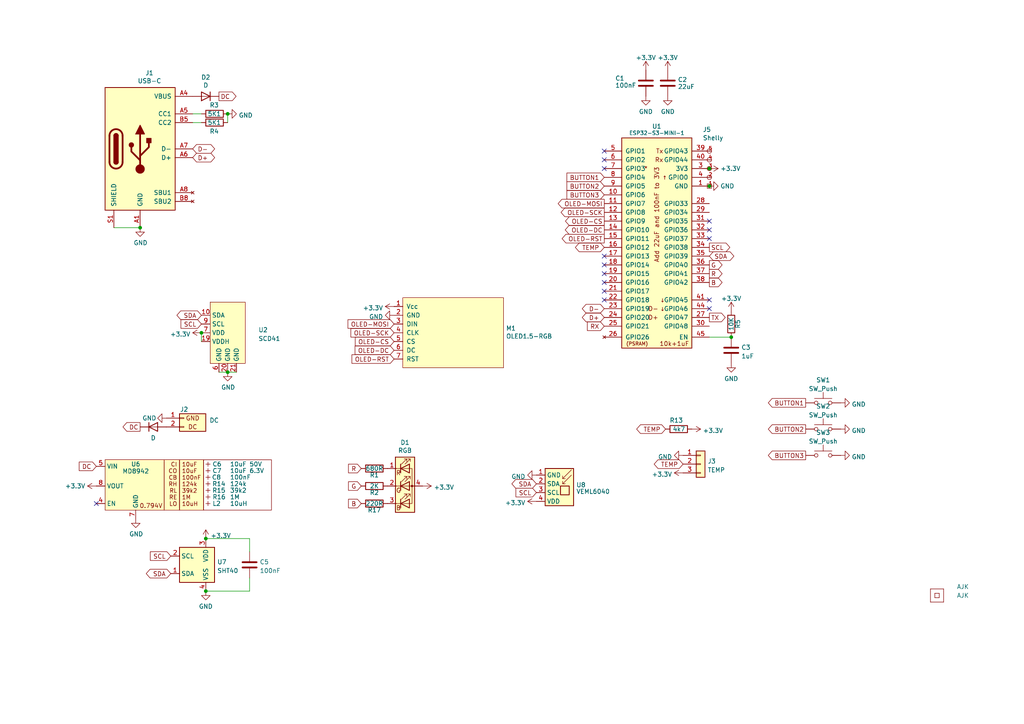
<source format=kicad_sch>
(kicad_sch (version 20230121) (generator eeschema)
  (paper "A4")
  (title_block (title "1.5\" OLED Module driver with GPIO") (date "${DATE}") (rev "4") (company "Adrian Kennard / Andrews & Arnold Ltd") (comment 1 "@TheRealRevK") (comment 2 "www.me.uk"))
  (lib_symbols
    (symbol "Connector_Generic:Conn_01x03" (pin_names (offset 1.016) hide)
      (property "Reference" "J" (at 0 5.08 0))
      (property "Value" "Conn_01x03" (at 0 -5.08 0))
      (symbol "Conn_01x03_1_1"
        (rectangle (start -1.27 -2.413) (end 0 -2.667) (stroke (width 0.1524)))
        (rectangle (start -1.27 0.127) (end 0 -0.127) (stroke (width 0.1524)))
        (rectangle (start -1.27 2.667) (end 0 2.413) (stroke (width 0.1524)))
        (rectangle (start -1.27 3.81) (end 1.27 -3.81) (stroke (width 0.254)) (fill (type background)))
        (pin passive line (at -5.08 2.54 0) (length 3.81) (name "Pin_1") (number "1"))
        (pin passive line (at -5.08 0 0) (length 3.81) (name "Pin_2") (number "2"))
        (pin passive line (at -5.08 -2.54 0) (length 3.81) (name "Pin_3") (number "3"))
      )
    )
    (symbol "Device:C" (pin_numbers hide) (pin_names (offset 0.254))
      (property "Reference" "C" (at 0.635 2.54 0))
      (property "Value" "C" (at 0.635 -2.54 0))
      (symbol "C_0_1"
        (polyline (pts (xy -2.032 -0.762) (xy 2.032 -0.762)) (stroke (width 0.508)))
        (polyline (pts (xy -2.032 0.762) (xy 2.032 0.762)) (stroke (width 0.508)))
      )
      (symbol "C_1_1"
        (pin passive line (at 0 3.81 270) (length 2.794) (name "~") (number "1"))
        (pin passive line (at 0 -3.81 90) (length 2.794) (name "~") (number "2"))
      )
    )
    (symbol "Device:D" (pin_numbers hide) (pin_names (offset 1.016) hide)
      (property "Reference" "D" (at 0 2.54 0))
      (property "Value" "D" (at 0 -2.54 0))
      (symbol "D_0_1"
        (polyline (pts (xy -1.27 1.27) (xy -1.27 -1.27)) (stroke (width 0.254)))
        (polyline (pts (xy 1.27 0) (xy -1.27 0)))
        (polyline (pts (xy 1.27 1.27) (xy 1.27 -1.27) (xy -1.27 0) (xy 1.27 1.27)) (stroke (width 0.254)))
      )
      (symbol "D_1_1"
        (pin passive line (at -3.81 0 0) (length 2.54) (name "K") (number "1"))
        (pin passive line (at 3.81 0 180) (length 2.54) (name "A") (number "2"))
      )
    )
    (symbol "Device:LED_RGBA" (pin_names (offset 0) hide)
      (property "Reference" "D" (at 0 9.398 0))
      (property "Value" "LED_RGBA" (at 0 -8.89 0))
      (symbol "LED_RGBA_0_0"
        (text "B" (at -1.905 -6.35 0) (effects (font (size 1.27 1.27))))
        (text "G" (at -1.905 -1.27 0) (effects (font (size 1.27 1.27))))
        (text "R" (at -1.905 3.81 0) (effects (font (size 1.27 1.27))))
      )
      (symbol "LED_RGBA_0_1"
        (polyline (pts (xy -1.27 -5.08) (xy -2.54 -5.08)))
        (polyline (pts (xy -1.27 -5.08) (xy 1.27 -5.08)))
        (polyline (pts (xy -1.27 -3.81) (xy -1.27 -6.35)) (stroke (width 0.254)))
        (polyline (pts (xy -1.27 0) (xy -2.54 0)))
        (polyline (pts (xy -1.27 1.27) (xy -1.27 -1.27)) (stroke (width 0.254)))
        (polyline (pts (xy -1.27 5.08) (xy -2.54 5.08)))
        (polyline (pts (xy -1.27 5.08) (xy 1.27 5.08)))
        (polyline (pts (xy -1.27 6.35) (xy -1.27 3.81)) (stroke (width 0.254)))
        (polyline (pts (xy 1.27 0) (xy -1.27 0)))
        (polyline (pts (xy 1.27 0) (xy 2.54 0)))
        (polyline (pts (xy -1.27 1.27) (xy -1.27 -1.27) (xy -1.27 -1.27)))
        (polyline (pts (xy -1.27 6.35) (xy -1.27 3.81) (xy -1.27 3.81)))
        (polyline (pts (xy 1.27 -5.08) (xy 2.032 -5.08) (xy 2.032 5.08) (xy 1.27 5.08)))
        (polyline (pts (xy 1.27 -3.81) (xy 1.27 -6.35) (xy -1.27 -5.08) (xy 1.27 -3.81)) (stroke (width 0.254)))
        (polyline (pts (xy 1.27 1.27) (xy 1.27 -1.27) (xy -1.27 0) (xy 1.27 1.27)) (stroke (width 0.254)))
        (polyline (pts (xy 1.27 6.35) (xy 1.27 3.81) (xy -1.27 5.08) (xy 1.27 6.35)) (stroke (width 0.254)))
        (polyline (pts (xy -1.016 -3.81) (xy 0.508 -2.286) (xy -0.254 -2.286) (xy 0.508 -2.286) (xy 0.508 -3.048)))
        (polyline (pts (xy -1.016 1.27) (xy 0.508 2.794) (xy -0.254 2.794) (xy 0.508 2.794) (xy 0.508 2.032)))
        (polyline (pts (xy -1.016 6.35) (xy 0.508 7.874) (xy -0.254 7.874) (xy 0.508 7.874) (xy 0.508 7.112)))
        (polyline (pts (xy 0 -3.81) (xy 1.524 -2.286) (xy 0.762 -2.286) (xy 1.524 -2.286) (xy 1.524 -3.048)))
        (polyline (pts (xy 0 1.27) (xy 1.524 2.794) (xy 0.762 2.794) (xy 1.524 2.794) (xy 1.524 2.032)))
        (polyline (pts (xy 0 6.35) (xy 1.524 7.874) (xy 0.762 7.874) (xy 1.524 7.874) (xy 1.524 7.112)))
        (rectangle (start 1.27 -1.27) (end 1.27 1.27))
        (rectangle (start 1.27 1.27) (end 1.27 1.27))
        (rectangle (start 1.27 3.81) (end 1.27 6.35))
        (rectangle (start 1.27 6.35) (end 1.27 6.35))
        (circle (center 2.032 0) (radius 0.254) (fill (type outline)))
        (rectangle (start 2.794 8.382) (end -2.794 -7.62) (stroke (width 0.254)) (fill (type background)))
      )
      (symbol "LED_RGBA_1_1"
        (pin passive line (at -5.08 5.08 0) (length 2.54) (name "RK") (number "1"))
        (pin passive line (at -5.08 0 0) (length 2.54) (name "GK") (number "2"))
        (pin passive line (at -5.08 -5.08 0) (length 2.54) (name "BK") (number "3"))
        (pin passive line (at 5.08 0 180) (length 2.54) (name "A") (number "4"))
      )
    )
    (symbol "Device:R" (pin_numbers hide) (pin_names (offset 0))
      (property "Reference" "R" (at 2.032 0 90))
      (property "Value" "R" (at 0 0 90))
      (symbol "R_0_1"
        (rectangle (start -1.016 -2.54) (end 1.016 2.54) (stroke (width 0.254)))
      )
      (symbol "R_1_1"
        (pin passive line (at 0 3.81 270) (length 1.27) (name "~") (number "1"))
        (pin passive line (at 0 -3.81 90) (length 1.27) (name "~") (number "2"))
      )
    )
    (symbol "GND_1" (power) (pin_names (offset 0))
      (property "Value" "GND_1" (at 0 -3.81 0))
      (symbol "GND_1_0_1"
        (polyline (pts (xy 0 0) (xy 0 -1.27) (xy 1.27 -1.27) (xy 0 -2.54) (xy -1.27 -1.27) (xy 0 -1.27)))
      )
      (symbol "GND_1_1_1"
        (pin power_in line (at 0 0 270) (length 0) hide (name "GND") (number "1"))
      )
    )
    (symbol "RevK:AJK" (pin_names (offset 1.016)) (in_bom no)
      (property "Value" "AJK" (at 0 0 0))
    )
    (symbol "RevK:ESP32-S3-MINI-1-N4R2" (pin_names (offset 1.016))
      (property "Reference" "U" (at 0 27.94 0))
      (property "Value" "ESP32-S3-MINI-1-N4R2" (at 0 31.115 0))
      (symbol "ESP32-S3-MINI-1-N4R2_0_0"
        (rectangle (start -10.16 30.48) (end 10.16 -30.48) (stroke (width 0.254)) (fill (type background)))
      )
      (symbol "ESP32-S3-MINI-1-N4R2_1_1"
        (text "(PSRAM)" (at -5.715 -29.21 0) (effects (font (size 1 1))))
        (text "*" (at -3.175 21.59 0) (effects (font (size 1.27 1.27))))
        (text "10k+1uF" (at 5.08 -29.21 0) (effects (font (size 1.27 1.27))))
        (text "Add 22uF and 100nF to 3V3" (at 0 8.255 900) (effects (font (size 1.27 1.27))))
        (text "D+" (at -2.54 -21.59 0) (effects (font (size 1.27 1.27)) (justify left)))
        (text "D-" (at -2.54 -19.05 0) (effects (font (size 1.27 1.27)) (justify left)))
        (text "Rx" (at 1.905 24.13 0) (effects (font (size 1.27 1.27)) (justify right)))
        (text "Tx" (at 1.905 26.67 0) (effects (font (size 1.27 1.27)) (justify right)))
        (text "↑" (at 3.175 19.05 0) (effects (font (size 1.27 1.27)) (justify right)))
        (text "↓" (at 2.54 -19.05 0) (effects (font (size 1.27 1.27)) (justify right)))
        (text "↓" (at 2.54 -16.51 0) (effects (font (size 1.27 1.27)) (justify right)))
        (pin power_in line (at 15.24 16.51 180) (length 5.08) (name "GND") (number "1"))
        (pin bidirectional line (at -15.24 13.97 0) (length 5.08) (name "GPIO6") (number "10"))
        (pin bidirectional line (at -15.24 11.43 0) (length 5.08) (name "GPIO7") (number "11"))
        (pin bidirectional line (at -15.24 8.89 0) (length 5.08) (name "GPIO8") (number "12"))
        (pin bidirectional line (at -15.24 6.35 0) (length 5.08) (name "GPIO9") (number "13"))
        (pin bidirectional line (at -15.24 3.81 0) (length 5.08) (name "GPIO10") (number "14"))
        (pin bidirectional line (at -15.24 1.27 0) (length 5.08) (name "GPIO11") (number "15"))
        (pin bidirectional line (at -15.24 -1.27 0) (length 5.08) (name "GPIO12") (number "16"))
        (pin bidirectional line (at -15.24 -3.81 0) (length 5.08) (name "GPIO13") (number "17"))
        (pin bidirectional line (at -15.24 -6.35 0) (length 5.08) (name "GPIO14") (number "18"))
        (pin bidirectional line (at -15.24 -8.89 0) (length 5.08) (name "GPIO15") (number "19"))
        (pin power_in line (at 15.24 16.51 180) (length 5.08) hide (name "GND") (number "2"))
        (pin bidirectional line (at -15.24 -11.43 0) (length 5.08) (name "GPIO16") (number "20"))
        (pin bidirectional line (at -15.24 -13.97 0) (length 5.08) (name "GPIO17") (number "21"))
        (pin bidirectional line (at -15.24 -16.51 0) (length 5.08) (name "GPIO18") (number "22"))
        (pin bidirectional line (at -15.24 -19.05 0) (length 5.08) (name "GPIO19") (number "23"))
        (pin bidirectional line (at -15.24 -21.59 0) (length 5.08) (name "GPIO20") (number "24"))
        (pin bidirectional line (at -15.24 -24.13 0) (length 5.08) (name "GPIO21") (number "25"))
        (pin no_connect line (at -15.24 -27.305 0) (length 5.08) (name "GPIO26") (number "26"))
        (pin bidirectional line (at 15.24 -21.59 180) (length 5.08) (name "GPIO47") (number "27"))
        (pin bidirectional line (at 15.24 11.43 180) (length 5.08) (name "GPIO33") (number "28"))
        (pin bidirectional line (at 15.24 8.89 180) (length 5.08) (name "GPIO34") (number "29"))
        (pin power_in line (at 15.24 21.59 180) (length 5.08) (name "3V3") (number "3"))
        (pin bidirectional line (at 15.24 -24.13 180) (length 5.08) (name "GPIO48") (number "30"))
        (pin bidirectional line (at 15.24 6.35 180) (length 5.08) (name "GPIO35") (number "31"))
        (pin bidirectional line (at 15.24 3.81 180) (length 5.08) (name "GPIO36") (number "32"))
        (pin bidirectional line (at 15.24 1.27 180) (length 5.08) (name "GPIO37") (number "33"))
        (pin bidirectional line (at 15.24 -1.27 180) (length 5.08) (name "GPIO38") (number "34"))
        (pin bidirectional line (at 15.24 -3.81 180) (length 5.08) (name "GPIO39") (number "35"))
        (pin bidirectional line (at 15.24 -6.35 180) (length 5.08) (name "GPIO40") (number "36"))
        (pin bidirectional line (at 15.24 -8.89 180) (length 5.08) (name "GPIO41") (number "37"))
        (pin bidirectional line (at 15.24 -11.43 180) (length 5.08) (name "GPIO42") (number "38"))
        (pin bidirectional line (at 15.24 26.67 180) (length 5.08) (name "GPIO43") (number "39"))
        (pin bidirectional line (at 15.24 19.05 180) (length 5.08) (name "GPIO0") (number "4"))
        (pin bidirectional line (at 15.24 24.13 180) (length 5.08) (name "GPIO44") (number "40"))
        (pin bidirectional line (at 15.24 -16.51 180) (length 5.08) (name "GPIO45") (number "41"))
        (pin power_in line (at 15.24 16.51 180) (length 5.08) hide (name "GND") (number "42"))
        (pin power_in line (at 15.24 16.51 180) (length 5.08) hide (name "GND") (number "43"))
        (pin bidirectional line (at 15.24 -19.05 180) (length 5.08) (name "GPIO46") (number "44"))
        (pin bidirectional line (at 15.24 -27.305 180) (length 5.08) (name "EN") (number "45"))
        (pin power_in line (at 15.24 16.51 180) (length 5.08) hide (name "GND") (number "46"))
        (pin power_in line (at 15.24 16.51 180) (length 5.08) hide (name "GND") (number "47"))
        (pin power_in line (at 15.24 16.51 180) (length 5.08) hide (name "GND") (number "48"))
        (pin power_in line (at 15.24 16.51 180) (length 5.08) hide (name "GND") (number "49"))
        (pin bidirectional line (at -15.24 26.67 0) (length 5.08) (name "GPIO1") (number "5"))
        (pin power_in line (at 15.24 16.51 180) (length 5.08) hide (name "GND") (number "50"))
        (pin power_in line (at 15.24 16.51 180) (length 5.08) hide (name "GND") (number "51"))
        (pin power_in line (at 15.24 16.51 180) (length 5.08) hide (name "GND") (number "52"))
        (pin power_in line (at 15.24 16.51 180) (length 5.08) hide (name "GND") (number "53"))
        (pin power_in line (at 15.24 16.51 180) (length 5.08) hide (name "GND") (number "54"))
        (pin power_in line (at 15.24 16.51 180) (length 5.08) hide (name "GND") (number "55"))
        (pin power_in line (at 15.24 16.51 180) (length 5.08) hide (name "GND") (number "56"))
        (pin power_in line (at 15.24 16.51 180) (length 5.08) hide (name "GND") (number "57"))
        (pin power_in line (at 15.24 16.51 180) (length 5.08) hide (name "GND") (number "58"))
        (pin power_in line (at 15.24 16.51 180) (length 5.08) hide (name "GND") (number "59"))
        (pin bidirectional line (at -15.24 24.13 0) (length 5.08) (name "GPIO2") (number "6"))
        (pin power_in line (at 15.24 16.51 180) (length 5.08) hide (name "GND") (number "60"))
        (pin power_in line (at 15.24 16.51 180) (length 5.08) hide (name "GND") (number "61"))
        (pin power_in line (at 15.24 16.51 180) (length 5.08) hide (name "GND") (number "62"))
        (pin power_in line (at 15.24 16.51 180) (length 5.08) hide (name "GND") (number "63"))
        (pin power_in line (at 15.24 16.51 180) (length 5.08) hide (name "GND") (number "64"))
        (pin power_in line (at 15.24 16.51 180) (length 5.08) hide (name "GND") (number "65"))
        (pin bidirectional line (at -15.24 21.59 0) (length 5.08) (name "GPIO3") (number "7"))
        (pin bidirectional line (at -15.24 19.05 0) (length 5.08) (name "GPIO4") (number "8"))
        (pin bidirectional line (at -15.24 16.51 0) (length 5.08) (name "GPIO5") (number "9"))
      )
    )
    (symbol "RevK:Hidden" (pin_names (offset 1.016))
      (property "Reference" "Z" (at 0.635 0 0))
      (property "Value" "Hidden" (at 4.445 0 0))
      (symbol "Hidden_0_1"
        (polyline (pts (xy -0.635 0) (xy 0.635 0)) (stroke (width 0.1524)))
        (polyline (pts (xy 0 0.635) (xy 0 -0.635)) (stroke (width 0.1524)))
      )
      (symbol "Hidden_1_1"
        (pin no_connect non_logic (at 0 -2.54 90) (length 2.54) hide (name "~") (number "~"))
      )
    )
    (symbol "RevK:MD89420-RegBlock"
      (property "Reference" "U" (at -0.635 4.445 0))
      (property "Value" "MD8942" (at 0 6.35 0))
      (symbol "MD89420-RegBlock_1_1"
        (rectangle (start -8.89 7.62) (end 8.255 -6.985) (fill (type background)))
        (rectangle (start 8.255 7.62) (end 12.7 -6.985) (fill (type background)))
        (rectangle (start 12.7 7.62) (end 19.685 -6.985) (fill (type background)))
        (rectangle (start 19.685 7.62) (end 39.37 -6.985))
        (text "0.794V" (at 4.445 -5.715 0) (effects (font (size 1.27 1.27))))
        (text "10uF\n10uF\n100nF\n124k\n39k2\n1M\n10uH" (at 13.335 6.985 0) (effects (font (size 1.185 1.185)) (justify left top)))
        (text "CI\nCO\nCB\nRH\nRL\nRE\nLO" (at 12.065 6.985 0) (effects (font (size 1.185 1.185)) (justify right top)))
        (pin no_connect line (at 5.715 0 0) (length 2.54) hide (name "") (number "1"))
        (pin power_in line (at 0 -9.525 90) (length 2.54) hide (name "GND") (number "2"))
        (pin no_connect line (at 5.715 1.905 0) (length 2.54) hide (name "") (number "3"))
        (pin input line (at -11.43 -5.08 0) (length 2.54) (name "EN") (number "4"))
        (pin power_in line (at -11.43 5.715 0) (length 2.54) (name "VIN") (number "5"))
        (pin no_connect line (at 5.715 -1.905 0) (length 2.54) hide (name "") (number "6"))
        (pin power_in line (at 0 -9.525 90) (length 2.54) (name "GND") (number "7"))
        (pin power_out line (at -11.43 0 0) (length 2.54) (name "VOUT") (number "8"))
      )
    )
    (symbol "RevK:OLED1.5-RGB" (pin_names (offset 1.016))
      (property "Reference" "M" (at 17.78 2.54 0))
      (property "Value" "OLED1.5-RGB" (at 31.75 -1.27 0))
      (symbol "OLED1.5-RGB_0_1"
        (rectangle (start 2.54 0) (end 31.75 -20.32) (fill (type background)))
      )
      (symbol "OLED1.5-RGB_1_1"
        (pin power_in line (at 0 -2.54 0) (length 2.54) (name "Vcc") (number "1"))
        (pin power_in line (at 0 -5.08 0) (length 2.54) (name "GND") (number "2"))
        (pin input line (at 0 -7.62 0) (length 2.54) (name "DIN") (number "3"))
        (pin input line (at 0 -10.16 0) (length 2.54) (name "CLK") (number "4"))
        (pin input line (at 0 -12.7 0) (length 2.54) (name "CS") (number "5"))
        (pin input line (at 0 -15.24 0) (length 2.54) (name "DC") (number "6"))
        (pin input line (at 0 -17.78 0) (length 2.54) (name "RST") (number "7"))
      )
    )
    (symbol "RevK:PowerIn" (pin_names (offset 1.016) hide)
      (property "Reference" "J" (at 0 2.54 0))
      (property "Value" "PowerIn" (at 2.54 -5.08 0))
      (symbol "PowerIn_0_0"
        (text "DC" (at 2.54 -2.54 0) (effects (font (size 1.27 1.27))))
        (text "GND" (at 2.54 0 0) (effects (font (size 1.27 1.27))))
      )
      (symbol "PowerIn_1_1"
        (rectangle (start -1.27 -2.413) (end 0 -2.667) (stroke (width 0.1524)))
        (rectangle (start -1.27 0.127) (end 0 -0.127) (stroke (width 0.1524)))
        (rectangle (start -1.27 1.27) (end 6.35 -3.81) (stroke (width 0.254)) (fill (type background)))
        (pin power_in line (at -5.08 0 0) (length 3.81) (name "GND") (number "1"))
        (pin power_out line (at -5.08 -2.54 0) (length 3.81) (name "DC") (number "2"))
      )
    )
    (symbol "RevK:QR" (pin_names (offset 1.016)) (in_bom no)
      (symbol "QR_0_1"
        (rectangle (start -1.905 -1.905) (end -1.905 1.905))
        (rectangle (start -1.905 1.905) (end 1.905 1.905))
        (rectangle (start -0.635 -0.635) (end -0.635 0.635))
        (rectangle (start -0.635 0.635) (end 0.635 0.635))
        (rectangle (start 0.635 -0.635) (end -0.635 -0.635))
        (rectangle (start 0.635 0.635) (end 0.635 -0.635))
        (rectangle (start 1.905 -1.905) (end -1.905 -1.905))
        (rectangle (start 1.905 1.905) (end 1.905 -1.905))
      )
    )
    (symbol "RevK:SCD41"
      (property "Reference" "U" (at -1.27 10.16 0))
      (property "Value" "SCD41" (at 1.27 7.62 0))
      (symbol "SCD41_0_1"
        (rectangle (start -5.08 8.89) (end 5.08 -8.89) (stroke (width 0.1524)) (fill (type background)))
      )
      (symbol "SCD41_1_1"
        (pin no_connect non_logic (at 7.62 0 180) (length 2.54) hide (name "DNC") (number "1"))
        (pin bidirectional line (at -7.62 5.08 0) (length 2.54) (name "SDA") (number "10"))
        (pin no_connect line (at 7.62 5.08 180) (length 2.54) hide (name "DNC") (number "11"))
        (pin no_connect non_logic (at 7.62 -2.54 180) (length 2.54) hide (name "DNC") (number "12"))
        (pin no_connect non_logic (at 7.62 -5.08 180) (length 2.54) hide (name "DNC") (number "13"))
        (pin no_connect non_logic (at 7.62 -7.62 180) (length 2.54) hide (name "DNC") (number "14"))
        (pin no_connect non_logic (at 7.62 2.54 180) (length 2.54) hide (name "DNC") (number "15"))
        (pin no_connect non_logic (at 7.62 -1.27 180) (length 2.54) hide (name "DNC") (number "16"))
        (pin no_connect non_logic (at 7.62 -3.81 180) (length 2.54) hide (name "DNC") (number "17"))
        (pin no_connect non_logic (at 7.62 -6.35 180) (length 2.54) hide (name "DNC") (number "18"))
        (pin power_in line (at -7.62 -2.54 0) (length 2.54) (name "VDDH") (number "19"))
        (pin no_connect non_logic (at 7.62 3.81 180) (length 2.54) hide (name "DNC") (number "2"))
        (pin power_in line (at 0 -11.43 90) (length 2.54) (name "GND") (number "20"))
        (pin power_in line (at 2.54 -11.43 90) (length 2.54) (name "GND") (number "21"))
        (pin no_connect non_logic (at 7.62 1.27 180) (length 2.54) hide (name "DNC") (number "3"))
        (pin no_connect non_logic (at 7.62 6.35 180) (length 2.54) hide (name "DNC") (number "4"))
        (pin no_connect non_logic (at 7.62 7.62 180) (length 2.54) hide (name "DNC") (number "5"))
        (pin power_in line (at -2.54 -11.43 90) (length 2.54) (name "GND") (number "6"))
        (pin power_in line (at -7.62 0 0) (length 2.54) (name "VDD") (number "7"))
        (pin no_connect non_logic (at 7.62 -8.89 180) (length 2.54) hide (name "DNC") (number "8"))
        (pin input line (at -7.62 2.54 0) (length 2.54) (name "SCL") (number "9"))
      )
    )
    (symbol "RevK:SHT40"
      (property "Reference" "U" (at 0 8.89 0))
      (property "Value" "SHT40" (at 0 6.35 0))
      (symbol "SHT40_1_1"
        (rectangle (start -5.08 5.08) (end 5.08 -5.08) (stroke (width 0.254)) (fill (type background)))
        (pin bidirectional line (at -7.62 -2.54 0) (length 2.54) (name "SDA") (number "1"))
        (pin input line (at -7.62 2.54 0) (length 2.54) (name "SCL") (number "2"))
        (pin power_in line (at 2.54 7.62 270) (length 2.54) (name "VDD") (number "3"))
        (pin power_in line (at 2.54 -7.62 90) (length 2.54) (name "VSS") (number "4"))
      )
    )
    (symbol "RevK:Shelly" (in_bom no)
      (property "Reference" "J" (at 2.54 -8.255 0))
      (property "Value" "Shelly" (at 2.54 9.525 0))
      (symbol "Shelly_0_1"
        (circle (center 0 -2.54) (radius 0.635) (stroke (width 0.1524)))
        (circle (center 0 0) (radius 0.635) (stroke (width 0.1524)))
        (circle (center 0 2.54) (radius 0.635) (stroke (width 0.1524)))
        (circle (center 0 5.08) (radius 0.635) (stroke (width 0.1524)))
        (rectangle (start 0.635 -5.715) (end -0.635 -4.445) (stroke (width 0.1524)))
      )
      (symbol "Shelly_1_1"
        (pin passive line (at 0 -5.08 0) (length 0.64) (name "GND") (number "1"))
        (pin passive line (at 0 -2.54 0) (length 0.64) (name "0") (number "2"))
        (pin passive line (at 0 0 0) (length 0.64) (name "3V3") (number "3"))
        (pin passive line (at 0 2.54 0) (length 0.64) (name "Rx") (number "4"))
        (pin passive line (at 0 5.08 0) (length 0.64) (name "Tx") (number "5"))
      )
    )
    (symbol "RevK:USB-C" (pin_names (offset 1.016))
      (property "Reference" "J" (at -10.16 19.05 0))
      (property "Value" "USB-C" (at -7.62 15.24 0))
      (symbol "USB-C_0_1"
        (rectangle (start -10.16 17.78) (end 10.16 -17.78) (stroke (width 0.254)) (fill (type background)))
        (arc (start -8.89 -3.81) (mid -6.985 -5.7067) (end -5.08 -3.81) (stroke (width 0.508)))
        (arc (start -7.62 -3.81) (mid -6.985 -4.4423) (end -6.35 -3.81) (stroke (width 0.254)))
        (arc (start -7.62 -3.81) (mid -6.985 -4.4423) (end -6.35 -3.81) (stroke (width 0.254)) (fill (type outline)))
        (rectangle (start -7.62 -3.81) (end -6.35 3.81) (stroke (width 0.254)) (fill (type outline)))
        (arc (start -6.35 3.81) (mid -6.985 4.4423) (end -7.62 3.81) (stroke (width 0.254)))
        (arc (start -6.35 3.81) (mid -6.985 4.4423) (end -7.62 3.81) (stroke (width 0.254)) (fill (type outline)))
        (arc (start -5.08 3.81) (mid -6.985 5.7067) (end -8.89 3.81) (stroke (width 0.508)))
        (circle (center -2.54 1.143) (radius 0.635) (stroke (width 0.254)) (fill (type outline)))
        (circle (center 0 -5.842) (radius 1.27) (fill (type outline)))
        (polyline (pts (xy -8.89 -3.81) (xy -8.89 3.81)) (stroke (width 0.508)))
        (polyline (pts (xy -5.08 3.81) (xy -5.08 -3.81)) (stroke (width 0.508)))
        (polyline (pts (xy 0 -5.842) (xy 0 4.318)) (stroke (width 0.508)))
        (polyline (pts (xy 0 -3.302) (xy -2.54 -0.762) (xy -2.54 0.508)) (stroke (width 0.508)))
        (polyline (pts (xy 0 -2.032) (xy 2.54 0.508) (xy 2.54 1.778)) (stroke (width 0.508)))
        (polyline (pts (xy -1.27 4.318) (xy 0 6.858) (xy 1.27 4.318) (xy -1.27 4.318)) (stroke (width 0.254)) (fill (type outline)))
        (rectangle (start 1.905 1.778) (end 3.175 3.048) (stroke (width 0.254)) (fill (type outline)))
      )
      (symbol "USB-C_1_1"
        (pin power_out line (at 0 -22.86 90) (length 5.08) (name "GND") (number "A1"))
        (pin passive line (at 0 -22.86 90) (length 5.08) hide (name "GND") (number "A12"))
        (pin power_out line (at 15.24 15.24 180) (length 5.08) (name "VBUS") (number "A4"))
        (pin bidirectional line (at 15.24 10.16 180) (length 5.08) (name "CC1") (number "A5"))
        (pin bidirectional line (at 15.24 -2.54 180) (length 5.08) (name "D+") (number "A6"))
        (pin bidirectional line (at 15.24 0 180) (length 5.08) (name "D-") (number "A7"))
        (pin no_connect line (at 15.24 -12.7 180) (length 5.08) (name "SBU1") (number "A8"))
        (pin passive line (at 15.24 15.24 180) (length 5.08) hide (name "VBUS") (number "A9"))
        (pin passive line (at 0 -22.86 90) (length 5.08) hide (name "GND") (number "B1"))
        (pin passive line (at 0 -22.86 90) (length 5.08) hide (name "GND") (number "B12"))
        (pin passive line (at 15.24 15.24 180) (length 5.08) hide (name "VBUS") (number "B4"))
        (pin bidirectional line (at 15.24 7.62 180) (length 5.08) (name "CC2") (number "B5"))
        (pin bidirectional line (at 15.24 -2.54 180) (length 5.08) hide (name "D+") (number "B6"))
        (pin bidirectional line (at 15.24 0 180) (length 5.08) hide (name "D-") (number "B7"))
        (pin no_connect line (at 15.24 -15.24 180) (length 5.08) (name "SBU2") (number "B8"))
        (pin passive line (at 15.24 15.24 180) (length 5.08) hide (name "VBUS") (number "B9"))
        (pin passive line (at -7.62 -22.86 90) (length 5.08) (name "SHIELD") (number "S1"))
      )
    )
    (symbol "RevK:VEML6040"
      (property "Reference" "U" (at 0 6.35 0))
      (property "Value" "VEML6040" (at 0 -6.985 0))
      (symbol "VEML6040_0_1"
        (rectangle (start -4.445 5.08) (end 3.81 -5.715) (stroke (width 0.254)) (fill (type background)))
        (polyline (pts (xy 0.635 0.635) (xy 0.635 1.397)))
        (polyline (pts (xy 0.635 0.635) (xy 1.397 0.635)))
        (polyline (pts (xy 0.635 0.635) (xy 3.175 3.175)))
        (polyline (pts (xy 0.635 2.159) (xy 0.635 2.921)))
        (polyline (pts (xy 0.635 2.159) (xy 1.397 2.159)))
        (polyline (pts (xy 0.635 2.159) (xy 3.175 4.699)))
        (rectangle (start 0 0) (end 2.54 -2.54) (stroke (width 0.254)) (fill (type background)))
      )
      (symbol "VEML6040_1_1"
        (pin power_in line (at -6.985 3.175 0) (length 2.54) (name "GND") (number "1"))
        (pin bidirectional line (at -6.985 0.635 0) (length 2.54) (name "SDA") (number "2"))
        (pin input line (at -6.985 -1.905 0) (length 2.54) (name "SCL") (number "3"))
        (pin power_in line (at -6.985 -4.445 0) (length 2.54) (name "VDD") (number "4"))
      )
    )
    (symbol "Switch:SW_Push" (pin_numbers hide) (pin_names (offset 1.016) hide)
      (property "Reference" "SW" (at 1.27 2.54 0))
      (property "Value" "SW_Push" (at 0 -1.524 0))
      (symbol "SW_Push_0_1"
        (circle (center -2.032 0) (radius 0.508))
        (polyline (pts (xy 0 1.27) (xy 0 3.048)))
        (polyline (pts (xy 2.54 1.27) (xy -2.54 1.27)))
        (circle (center 2.032 0) (radius 0.508))
        (pin passive line (at -5.08 0 0) (length 2.54) (name "1") (number "1"))
        (pin passive line (at 5.08 0 180) (length 2.54) (name "2") (number "2"))
      )
    )
    (symbol "power:+3.3V" (power) (pin_names (offset 0))
      (property "Value" "+3.3V" (at 0 3.556 0))
      (symbol "+3.3V_0_1"
        (polyline (pts (xy -0.762 1.27) (xy 0 2.54)))
        (polyline (pts (xy 0 0) (xy 0 2.54)))
        (polyline (pts (xy 0 2.54) (xy 0.762 1.27)))
      )
      (symbol "+3.3V_1_1"
        (pin power_in line (at 0 0 90) (length 0) hide (name "+3.3V") (number "1"))
      )
    )
    (symbol "power:GND" (power) (pin_names (offset 0))
      (property "Value" "GND" (at 0 -3.81 0))
      (symbol "GND_0_1"
        (polyline (pts (xy 0 0) (xy 0 -1.27) (xy 1.27 -1.27) (xy 0 -2.54) (xy -1.27 -1.27) (xy 0 -1.27)))
      )
      (symbol "GND_1_1"
        (pin power_in line (at 0 0 270) (length 0) hide (name "GND") (number "1"))
      )
    )
  )
  (junction (at 58.42 96.52))
  (junction (at 205.74 53.975))
  (junction (at 205.74 48.895))
  (junction (at 66.04 107.95))
  (junction (at 59.69 156.21))
  (junction (at 66.04 33.02))
  (junction (at 59.69 171.45))
  (junction (at 40.64 66.04))
  (junction (at 212.09 97.79))
  (no_connect (at 205.74 66.675))
  (no_connect (at 175.26 81.915))
  (no_connect (at 175.26 79.375))
  (no_connect (at 175.26 43.815))
  (no_connect (at 175.26 76.835))
  (no_connect (at 175.26 48.895))
  (no_connect (at 27.94 146.05))
  (no_connect (at 205.74 86.995))
  (no_connect (at 175.26 46.355))
  (no_connect (at 205.74 69.215))
  (no_connect (at 175.26 84.455))
  (no_connect (at 205.74 64.135))
  (no_connect (at 175.26 86.995))
  (no_connect (at 205.74 89.535))
  (no_connect (at 175.26 74.295))
  (wire (pts (xy 55.88 33.02) (xy 58.42 33.02)))
  (wire (pts (xy 66.04 33.02) (xy 66.04 35.56)))
  (wire (pts (xy 205.74 97.79) (xy 212.09 97.79)))
  (wire (pts (xy 33.02 66.04) (xy 40.64 66.04)))
  (wire (pts (xy 58.42 96.52) (xy 58.42 99.06)))
  (wire (pts (xy 72.39 156.21) (xy 59.69 156.21)))
  (wire (pts (xy 55.88 35.56) (xy 58.42 35.56)))
  (wire (pts (xy 72.39 171.45) (xy 59.69 171.45)))
  (wire (pts (xy 66.04 107.95) (xy 68.58 107.95)))
  (wire (pts (xy 72.39 160.02) (xy 72.39 156.21)))
  (wire (pts (xy 72.39 167.64) (xy 72.39 171.45)))
  (wire (pts (xy 63.5 107.95) (xy 66.04 107.95)))
  (global_label "OLED-MOSI" (shape output) (at 175.26 59.055 180) (property "Intersheetrefs" "${INTERSHEET_REFS}" (effects hide)))
  (global_label "TEMP" (shape bidirectional) (at 198.12 134.62 180) (property "Intersheetrefs" "${INTERSHEET_REFS}" (effects hide)))
  (global_label "OLED-MOSI" (shape input) (at 114.3 93.98 180) (property "Intersheetrefs" "${INTERSHEET_REFS}" (effects hide)))
  (global_label "BUTTON2" (shape input) (at 175.26 53.975 180) (property "Intersheetrefs" "${INTERSHEET_REFS}" (effects hide)))
  (global_label "B" (shape input) (at 104.775 146.05 180) (property "Intersheetrefs" "${INTERSHEET_REFS}" (effects hide)))
  (global_label "SCL" (shape output) (at 205.74 71.755 0) (property "Intersheetrefs" "${INTERSHEET_REFS}" (effects hide)))
  (global_label "BUTTON3" (shape output) (at 233.68 132.08 180) (property "Intersheetrefs" "${INTERSHEET_REFS}" (effects hide)))
  (global_label "TX" (shape output) (at 205.74 92.075 0) (property "Intersheetrefs" "${INTERSHEET_REFS}" (effects hide)))
  (global_label "G" (shape input) (at 104.775 140.97 180) (property "Intersheetrefs" "${INTERSHEET_REFS}" (effects hide)))
  (global_label "TEMP" (shape bidirectional) (at 175.26 71.755 180) (property "Intersheetrefs" "${INTERSHEET_REFS}" (effects hide)))
  (global_label "BUTTON3" (shape input) (at 175.26 56.515 180) (property "Intersheetrefs" "${INTERSHEET_REFS}" (effects hide)))
  (global_label "G" (shape output) (at 205.74 76.835 0) (property "Intersheetrefs" "${INTERSHEET_REFS}" (effects hide)))
  (global_label "D-" (shape bidirectional) (at 55.88 43.18 0) (property "Intersheetrefs" "${INTERSHEET_REFS}" (effects hide)))
  (global_label "D+" (shape bidirectional) (at 175.26 92.075 180) (property "Intersheetrefs" "${INTERSHEET_REFS}" (effects hide)))
  (global_label "R" (shape input) (at 104.775 135.89 180) (property "Intersheetrefs" "${INTERSHEET_REFS}" (effects hide)))
  (global_label "SDA" (shape bidirectional) (at 155.575 140.335 180) (property "Intersheetrefs" "${INTERSHEET_REFS}" (effects hide)))
  (global_label "OLED-SCK" (shape output) (at 175.26 61.595 180) (property "Intersheetrefs" "${INTERSHEET_REFS}" (effects hide)))
  (global_label "OLED-CS" (shape output) (at 175.26 64.135 180) (property "Intersheetrefs" "${INTERSHEET_REFS}" (effects hide)))
  (global_label "RX" (shape input) (at 175.26 94.615 180) (property "Intersheetrefs" "${INTERSHEET_REFS}" (effects hide)))
  (global_label "OLED-SCK" (shape input) (at 114.3 96.52 180) (property "Intersheetrefs" "${INTERSHEET_REFS}" (effects hide)))
  (global_label "DC" (shape output) (at 63.5 27.94 0) (property "Intersheetrefs" "${INTERSHEET_REFS}" (effects hide)))
  (global_label "DC" (shape output) (at 40.64 123.825 180) (property "Intersheetrefs" "${INTERSHEET_REFS}" (effects hide)))
  (global_label "OLED-RST" (shape input) (at 114.3 104.14 180) (property "Intersheetrefs" "${INTERSHEET_REFS}" (effects hide)))
  (global_label "SCL" (shape input) (at 58.42 93.98 180) (property "Intersheetrefs" "${INTERSHEET_REFS}" (effects hide)))
  (global_label "SCL" (shape input) (at 155.575 142.875 180) (property "Intersheetrefs" "${INTERSHEET_REFS}" (effects hide)))
  (global_label "SCL" (shape input) (at 49.53 161.29 180) (property "Intersheetrefs" "${INTERSHEET_REFS}" (effects hide)))
  (global_label "BUTTON2" (shape output) (at 233.68 124.46 180) (property "Intersheetrefs" "${INTERSHEET_REFS}" (effects hide)))
  (global_label "B" (shape output) (at 205.74 81.915 0) (property "Intersheetrefs" "${INTERSHEET_REFS}" (effects hide)))
  (global_label "OLED-DC" (shape output) (at 175.26 66.675 180) (property "Intersheetrefs" "${INTERSHEET_REFS}" (effects hide)))
  (global_label "D-" (shape bidirectional) (at 175.26 89.535 180) (property "Intersheetrefs" "${INTERSHEET_REFS}" (effects hide)))
  (global_label "BUTTON1" (shape input) (at 175.26 51.435 180) (property "Intersheetrefs" "${INTERSHEET_REFS}" (effects hide)))
  (global_label "TEMP" (shape bidirectional) (at 193.04 124.46 180) (property "Intersheetrefs" "${INTERSHEET_REFS}" (effects hide)))
  (global_label "SDA" (shape bidirectional) (at 49.53 166.37 180) (property "Intersheetrefs" "${INTERSHEET_REFS}" (effects hide)))
  (global_label "R" (shape output) (at 205.74 79.375 0) (property "Intersheetrefs" "${INTERSHEET_REFS}" (effects hide)))
  (global_label "SDA" (shape bidirectional) (at 205.74 74.295 0) (property "Intersheetrefs" "${INTERSHEET_REFS}" (effects hide)))
  (global_label "DC" (shape input) (at 27.94 135.255 180) (property "Intersheetrefs" "${INTERSHEET_REFS}" (effects hide)))
  (global_label "BUTTON1" (shape output) (at 233.68 116.84 180) (property "Intersheetrefs" "${INTERSHEET_REFS}" (effects hide)))
  (global_label "OLED-DC" (shape input) (at 114.3 101.6 180) (property "Intersheetrefs" "${INTERSHEET_REFS}" (effects hide)))
  (global_label "SDA" (shape bidirectional) (at 58.42 91.44 180) (property "Intersheetrefs" "${INTERSHEET_REFS}" (effects hide)))
  (global_label "D+" (shape bidirectional) (at 55.88 45.72 0) (property "Intersheetrefs" "${INTERSHEET_REFS}" (effects hide)))
  (global_label "OLED-CS" (shape input) (at 114.3 99.06 180) (property "Intersheetrefs" "${INTERSHEET_REFS}" (effects hide)))
  (global_label "OLED-RST" (shape output) (at 175.26 69.215 180) (property "Intersheetrefs" "${INTERSHEET_REFS}" (effects hide)))
  (symbol (lib_id "RevK:USB-C") (at 40.64 43.18 0) (unit 1)
    (property "Reference" "J1" (at 43.3578 21.1582 0))
    (property "Value" "USB-C" (at 43.3578 23.4696 0))
    (property "Footprint" "RevK:USC16-TR" (effects hide))
    (property "Datasheet" "https://www.usb.org/sites/default/files/documents/usb_type-c.zip" (effects hide))
    (property "LCSC Part #" "C709357" (effects hide))
  )
  (symbol (lib_id "power:GND") (at 40.64 66.04 0) (unit 1)
    (property "Reference" "#PWR03" (effects hide))
    (property "Value" "GND" (at 40.767 70.4342 0))
  )
  (symbol (lib_id "power:GND") (at 66.04 107.95 0) (unit 1)
    (property "Reference" "#PWR07" (effects hide))
    (property "Value" "GND" (at 66.167 112.3442 0))
  )
  (symbol (lib_id "Device:R") (at 62.23 35.56 90) (unit 1)
    (property "Reference" "R4" (at 63.5 38.1 90) (effects (justify left)))
    (property "Value" "5K1" (at 64.135 35.56 90) (effects (justify left)))
    (property "Footprint" "RevK:R_0402" (effects hide))
  )
  (symbol (lib_id "Device:R") (at 62.23 33.02 90) (unit 1)
    (property "Reference" "R3" (at 63.5 30.48 90) (effects (justify left)))
    (property "Value" "5K1" (at 64.135 33.02 90) (effects (justify left)))
    (property "Footprint" "RevK:R_0402" (effects hide))
  )
  (symbol (lib_id "RevK:OLED1.5-RGB") (at 114.3 86.36 0) (unit 1) (in_bom no)
    (property "Reference" "M1" (at 146.7612 95.2246 0) (effects (justify left)))
    (property "Value" "OLED1.5-RGB" (at 146.7612 97.536 0) (effects (justify left)))
    (property "Footprint" "RevK:OLED1.5-RGB" (effects hide))
  )
  (symbol (lib_id "RevK:AJK") (at 276.86 172.72 0) (unit 1) (in_bom no)
    (property "Reference" "Logo2" (effects hide))
    (property "Value" "AJK" (at 277.495 172.72 0) (effects (justify left)))
    (property "Footprint" "RevK:AJK" (effects hide))
    (property "Note" "Non part, PCB printed" (effects hide))
  )
  (symbol (lib_id "Device:C") (at 193.675 24.13 0) (unit 1)
    (property "Reference" "C2" (at 196.596 23.106 0) (effects (justify left)))
    (property "Value" "22uF" (at 196.596 25.154 0) (effects (justify left)))
    (property "Footprint" "RevK:C_0402" (effects hide))
  )
  (symbol (lib_id "RevK:PowerIn") (at 53.34 121.285 0) (unit 1)
    (property "Reference" "J2" (at 54.61 118.745 0) (effects (justify right)))
    (property "Value" "DC" (at 63.5 121.92 0) (effects (justify right)))
    (property "Footprint" "RevK:PTSM-HH-2-RA-W" (effects hide))
  )
  (symbol (lib_id "power:GND") (at 114.3 91.44 270) (unit 1)
    (property "Reference" "#PWR011" (effects hide))
    (property "Value" "GND" (at 111.1251 91.8738 90) (effects (justify right)))
  )
  (symbol (lib_id "power:+3.3V") (at 155.575 145.415 90) (unit 1)
    (property "Reference" "#PWR0104" (effects hide))
    (property "Value" "+3.3V" (at 152.4 145.8488 90) (effects (justify left)))
  )
  (symbol (lib_id "RevK:Shelly") (at 205.74 48.895 0) (unit 1) (in_bom no)
    (property "Reference" "J5" (at 203.835 37.5808 0) (effects (justify left)))
    (property "Value" "Shelly" (at 203.835 40.005 0) (effects (justify left)))
    (property "Footprint" "RevK:Shelly" (effects hide))
  )
  (symbol (lib_id "power:+3.3V") (at 59.69 156.21 0) (unit 1)
    (property "Reference" "#PWR0111" (effects hide))
    (property "Value" "+3.3V" (at 61.087 155.3738 0) (effects (justify left)))
  )
  (symbol (lib_id "power:GND") (at 198.12 132.08 270) (unit 1)
    (property "Reference" "#PWR022" (effects hide))
    (property "Value" "GND" (at 194.9451 132.5138 90) (effects (justify right)))
  )
  (symbol (lib_id "power:GND") (at 243.84 124.46 90) (unit 1)
    (property "Reference" "#PWR0102" (effects hide))
    (property "Value" "GND" (at 247.015 124.8938 90) (effects (justify right)))
  )
  (symbol (lib_id "RevK:MD89420-RegBlock") (at 39.37 140.97 0) (unit 1)
    (property "Reference" "U6" (at 39.37 134.62 0))
    (property "Value" "MD8942" (at 39.37 136.668 0))
    (property "Footprint" "RevK:SOT-23-6-MD8942" (effects hide))
    (property "Datasheet" "https://datasheet.lcsc.com/lcsc/2101111937_Shanghai-Mingda-Microelectronics-MD8942_C2684786.pdf" (effects hide))
    (property "LCSC Part #" "C2684786" (effects hide))
  )
  (symbol (lib_id "power:GND") (at 243.84 116.84 90) (unit 1)
    (property "Reference" "#PWR0101" (effects hide))
    (property "Value" "GND" (at 247.015 117.2738 90) (effects (justify right)))
  )
  (symbol (lib_id "power:+3.3V") (at 27.94 140.97 90) (unit 1)
    (property "Reference" "#PWR01" (effects hide))
    (property "Value" "+3.3V" (at 24.765 140.97 90) (effects (justify left)))
  )
  (symbol (lib_id "RevK:Hidden") (at 60.325 134.62 0) (unit 1)
    (property "Reference" "C6" (at 61.595 134.62 0) (effects (justify left)))
    (property "Value" "10uF 50V" (at 66.675 134.62 0) (effects (justify left)))
    (property "Footprint" "RevK:C_0603_" (effects hide))
    (property "LCSC Part #" "C1591" (effects hide))
  )
  (symbol (lib_id "power:+3.3V") (at 58.42 96.52 90) (unit 1)
    (property "Reference" "#PWR05" (effects hide))
    (property "Value" "+3.3V" (at 55.245 96.9538 90) (effects (justify left)))
  )
  (symbol (lib_id "power:+3.3V") (at 114.3 88.9 90) (unit 1)
    (property "Reference" "#PWR010" (effects hide))
    (property "Value" "+3.3V" (at 111.125 89.3338 90) (effects (justify left)))
  )
  (symbol (lib_id "Device:R") (at 108.585 140.97 270) (unit 1)
    (property "Reference" "R2" (at 108.585 142.875 90))
    (property "Value" "2K" (at 108.585 140.97 90))
    (property "Footprint" "RevK:R_0402" (effects hide))
  )
  (symbol (lib_id "power:+3.3V") (at 122.555 140.97 270) (unit 1)
    (property "Reference" "#PWR04" (effects hide))
    (property "Value" "+3.3V" (at 125.8062 141.351 90) (effects (justify left)))
  )
  (symbol (lib_id "power:GND") (at 243.84 132.08 90) (unit 1)
    (property "Reference" "#PWR0103" (effects hide))
    (property "Value" "GND" (at 247.015 132.5138 90) (effects (justify right)))
  )
  (symbol (lib_id "Connector_Generic:Conn_01x03") (at 203.2 134.62 0) (unit 1)
    (property "Reference" "J3" (at 205.232 133.7853 0) (effects (justify left)))
    (property "Value" "TEMP" (at 205.232 136.3222 0) (effects (justify left)))
    (property "Footprint" "RevK:PTSM-HH-3-RA" (effects hide))
  )
  (symbol (lib_id "Device:D") (at 44.45 123.825 0) (unit 1)
    (property "Reference" "D4" (effects hide))
    (property "Value" "D" (at 44.45 127.0254 0))
    (property "Footprint" "RevK:D_1206" (effects hide))
    (property "LCSC Part #" "C143805" (effects hide))
  )
  (symbol (lib_id "Device:R") (at 196.85 124.46 90) (unit 1)
    (property "Reference" "R13" (at 198.12 121.92 90) (effects (justify left)))
    (property "Value" "4k7" (at 198.755 124.46 90) (effects (justify left)))
    (property "Footprint" "RevK:R_0402" (effects hide))
  )
  (symbol (lib_id "Device:C") (at 212.09 101.6 0) (unit 1)
    (property "Reference" "C3" (at 215.011 100.7653 0) (effects (justify left)))
    (property "Value" "1uF" (at 215.011 103.3022 0) (effects (justify left)))
    (property "Footprint" "RevK:C_0402" (effects hide))
  )
  (symbol (lib_name "GND_1") (lib_id "power:GND") (at 205.74 53.975 90) (unit 1)
    (property "Reference" "#PWR015" (effects hide))
    (property "Value" "GND" (at 208.915 53.975 90) (effects (justify right)))
  )
  (symbol (lib_id "Switch:SW_Push") (at 238.76 116.84 0) (unit 1)
    (property "Reference" "SW1" (at 238.76 110.2192 0))
    (property "Value" "SW_Push" (at 238.76 112.7561 0))
    (property "Footprint" "Button_Switch_THT:SW_PUSH_6mm_H13mm" (effects hide))
  )
  (symbol (lib_id "Device:LED_RGBA") (at 117.475 140.97 0) (unit 1)
    (property "Reference" "D1" (at 117.475 128.3462 0))
    (property "Value" "RGB" (at 117.475 130.6576 0))
    (property "Footprint" "RevK:LED-RGB-1.6x1.6" (effects hide))
    (property "Manufacturer" "Kingbright" (effects hide))
    (property "Part No" "APTF1616LSEEZGKQBKC" (effects hide))
    (property "LCSC Part #" "C264508" (effects hide))
  )
  (symbol (lib_id "power:+3.3V") (at 198.12 137.16 90) (unit 1)
    (property "Reference" "#PWR023" (effects hide))
    (property "Value" "+3.3V" (at 194.945 137.5938 90) (effects (justify left)))
  )
  (symbol (lib_id "power:GND") (at 155.575 137.795 270) (unit 1)
    (property "Reference" "#PWR0105" (effects hide))
    (property "Value" "GND" (at 152.4001 138.2288 90) (effects (justify right)))
  )
  (symbol (lib_id "Switch:SW_Push") (at 238.76 124.46 0) (unit 1)
    (property "Reference" "SW2" (at 238.76 117.8392 0))
    (property "Value" "SW_Push" (at 238.76 120.3761 0))
    (property "Footprint" "Button_Switch_THT:SW_PUSH_6mm_H13mm" (effects hide))
  )
  (symbol (lib_id "RevK:QR") (at 271.78 172.72 0) (unit 1) (in_bom no)
    (property "Reference" "U5" (effects hide))
    (property "Value" "QR" (effects hide))
    (property "Footprint" "RevK:QR-ENVMON" (effects hide))
    (property "Note" "Non part, PCB printed" (effects hide))
  )
  (symbol (lib_id "power:GND") (at 66.04 33.02 90) (unit 1)
    (property "Reference" "#PWR06" (effects hide))
    (property "Value" "GND" (at 69.215 33.4538 90) (effects (justify right)))
  )
  (symbol (lib_id "Device:C") (at 72.39 163.83 0) (unit 1)
    (property "Reference" "C5" (at 75.311 162.9953 0) (effects (justify left)))
    (property "Value" "100nF" (at 75.311 165.5322 0) (effects (justify left)))
    (property "Footprint" "RevK:C_0402" (effects hide))
  )
  (symbol (lib_id "RevK:Hidden") (at 60.325 146.05 90) (unit 1)
    (property "Reference" "L2" (at 61.595 146.05 90) (effects (justify right)))
    (property "Value" "10uH" (at 66.675 146.05 90) (effects (justify right)))
    (property "Footprint" "RevK:L_4x4_" (effects hide))
  )
  (symbol (lib_id "Device:C") (at 187.325 24.13 0) (unit 1)
    (property "Reference" "C1" (at 178.435 22.717 0) (effects (justify left)))
    (property "Value" "100nF" (at 178.435 24.765 0) (effects (justify left)))
    (property "Footprint" "RevK:C_0402" (effects hide))
  )
  (symbol (lib_id "RevK:SCD41") (at 66.04 96.52 0) (unit 1)
    (property "Reference" "U2" (at 74.93 95.6853 0) (effects (justify left)))
    (property "Value" "SCD41" (at 74.93 98.2222 0) (effects (justify left)))
    (property "Footprint" "RevK:SCD41" (effects hide))
    (property "Datasheet" "https://www.mouser.co.uk/datasheet/2/682/Sensirion_CO2_Sensors_SCD4x_Datasheet-2321195.pdf" (effects hide))
  )
  (symbol (lib_id "power:GND") (at 193.675 27.94 0) (unit 1)
    (property "Reference" "#PWR013" (effects hide))
    (property "Value" "GND" (at 193.675 32.3834 0))
  )
  (symbol (lib_id "power:GND") (at 59.69 171.45 0) (unit 1)
    (property "Reference" "#PWR0110" (effects hide))
    (property "Value" "GND" (at 59.69 175.8934 0))
  )
  (symbol (lib_id "power:GND") (at 48.26 121.285 270) (unit 1)
    (property "Reference" "#PWR0107" (effects hide))
    (property "Value" "GND" (at 41.275 121.285 90) (effects (justify left)))
  )
  (symbol (lib_id "power:+3.3V") (at 200.66 124.46 270) (unit 1)
    (property "Reference" "#PWR024" (effects hide))
    (property "Value" "+3.3V" (at 203.835 124.8938 90) (effects (justify left)))
  )
  (symbol (lib_id "Switch:SW_Push") (at 238.76 132.08 0) (unit 1)
    (property "Reference" "SW3" (at 238.76 125.4592 0))
    (property "Value" "SW_Push" (at 238.76 127.9961 0))
    (property "Footprint" "Button_Switch_THT:SW_PUSH_6mm_H13mm" (effects hide))
  )
  (symbol (lib_id "RevK:Hidden") (at 60.325 142.24 270) (unit 1)
    (property "Reference" "R15" (at 63.5 142.24 90))
    (property "Value" "39k2" (at 66.675 142.24 90) (effects (justify left)))
    (property "Footprint" "RevK:R_0402_" (effects hide))
  )
  (symbol (lib_id "RevK:Hidden") (at 60.325 140.335 0) (unit 1)
    (property "Reference" "R14" (at 63.5 140.335 0))
    (property "Value" "124k" (at 66.675 140.335 0) (effects (justify left)))
    (property "Footprint" "RevK:R_0402_" (effects hide))
  )
  (symbol (lib_id "Device:R") (at 108.585 135.89 270) (unit 1)
    (property "Reference" "R1" (at 108.585 137.795 90))
    (property "Value" "680R" (at 108.585 135.89 90))
    (property "Footprint" "RevK:R_0402" (effects hide))
  )
  (symbol (lib_id "RevK:AJK") (at 276.86 170.18 0) (unit 1) (in_bom no)
    (property "Reference" "Logo1" (effects hide))
    (property "Value" "AJK" (at 277.495 170.18 0) (effects (justify left)))
    (property "Footprint" "RevK:AJK" (effects hide))
    (property "Note" "Non part, PCB printed" (effects hide))
  )
  (symbol (lib_id "Device:R") (at 212.09 93.98 0) (unit 1)
    (property "Reference" "R5" (at 213.995 93.98 90))
    (property "Value" "10K" (at 212.09 93.98 90))
    (property "Footprint" "RevK:R_0402" (effects hide))
  )
  (symbol (lib_id "RevK:VEML6040") (at 162.56 140.97 0) (unit 1)
    (property "Reference" "U8" (at 167.132 140.6438 0) (effects (justify left)))
    (property "Value" "VEML6040" (at 167.132 142.5648 0) (effects (justify left)))
    (property "Footprint" "RevK:VEML6040" (effects hide))
    (property "Datasheet" "https://datasheet.lcsc.com/lcsc/1811101814_Vishay-Intertech-VEML6040A3OG_C78465.pdf" (effects hide))
    (property "LCSC Part #" "C78465" (effects hide))
    (property "JLCPCB Rotation Offset" "90" (effects hide))
  )
  (symbol (lib_id "Device:R") (at 108.585 146.05 270) (unit 1)
    (property "Reference" "R17" (at 108.585 147.955 90))
    (property "Value" "220R" (at 108.585 146.05 90))
    (property "Footprint" "RevK:R_0402" (effects hide))
  )
  (symbol (lib_id "RevK:ESP32-S3-MINI-1-N4R2") (at 190.5 70.485 0) (unit 1)
    (property "Reference" "U1" (at 190.5 36.6482 0))
    (property "Value" "ESP32-S3-MINI-1" (at 190.5 38.5846 0) (effects (font (size 1.1 1.1))))
    (property "Footprint" "RevK:ESP32-S3-MINI-1" (effects hide))
    (property "Datasheet" "https://www.espressif.com/sites/default/files/documentation/esp32-s3-mini-1_mini-1u_datasheet_en.pdf" (effects hide))
    (property "LCSC Part #" "C3013941" (effects hide))
  )
  (symbol (lib_id "power:GND") (at 39.37 150.495 0) (unit 1)
    (property "Reference" "#PWR02" (effects hide))
    (property "Value" "GND" (at 39.497 154.8892 0))
  )
  (symbol (lib_id "power:+3.3V") (at 187.325 20.32 0) (unit 1)
    (property "Reference" "#PWR08" (effects hide))
    (property "Value" "+3.3V" (at 187.325 16.7442 0))
  )
  (symbol (lib_id "RevK:Hidden") (at 60.325 138.43 90) (unit 1)
    (property "Reference" "C8" (at 64.135 138.43 90) (effects (justify left)))
    (property "Value" "100nF" (at 66.675 138.43 90) (effects (justify right)))
    (property "Footprint" "RevK:C_0603_" (effects hide))
  )
  (symbol (lib_id "power:GND") (at 187.325 27.94 0) (unit 1)
    (property "Reference" "#PWR09" (effects hide))
    (property "Value" "GND" (at 187.325 32.3834 0))
  )
  (symbol (lib_id "power:+3.3V") (at 205.74 48.895 270) (unit 1)
    (property "Reference" "#PWR014" (effects hide))
    (property "Value" "+3.3V" (at 208.915 48.895 90) (effects (justify left)))
  )
  (symbol (lib_id "Device:D") (at 59.69 27.94 180) (unit 1)
    (property "Reference" "D2" (at 59.69 22.4282 0))
    (property "Value" "D" (at 59.69 24.7396 0))
    (property "Footprint" "RevK:D_1206" (effects hide))
    (property "LCSC Part #" "C143805" (effects hide))
  )
  (symbol (lib_id "RevK:Hidden") (at 60.325 136.525 0) (unit 1)
    (property "Reference" "C7" (at 61.595 136.525 0) (effects (justify left)))
    (property "Value" "10uF 6.3V" (at 66.675 136.525 0) (effects (justify left)))
    (property "Footprint" "RevK:C_0603_" (effects hide))
    (property "LCSC Part #" "C1691" (effects hide))
  )
  (symbol (lib_id "RevK:Hidden") (at 60.325 144.145 0) (unit 1)
    (property "Reference" "R16" (at 61.595 144.145 0) (effects (justify left)))
    (property "Value" "1M" (at 66.675 144.145 0) (effects (justify left)))
    (property "Footprint" "RevK:R_0402_" (effects hide))
  )
  (symbol (lib_id "RevK:SHT40") (at 57.15 163.83 0) (unit 1)
    (property "Reference" "U7" (at 62.992 162.9953 0) (effects (justify left)))
    (property "Value" "SHT40" (at 62.992 165.5322 0) (effects (justify left)))
    (property "Footprint" "RevK:Sensirion_DFN-4_1.5x1.5mm_P0.5mm_SHT4x" (effects hide))
    (property "Datasheet" "https://sensirion.com/media/documents/33FD6951/624C4357/Datasheet_SHT4x.pdf" (effects hide))
    (property "LCSC Part #" "C2909890" (effects hide))
  )
  (symbol (lib_id "power:+3.3V") (at 212.09 90.17 0) (unit 1)
    (property "Reference" "#PWR016" (effects hide))
    (property "Value" "+3.3V" (at 212.09 86.5942 0))
  )
  (symbol (lib_id "power:+3.3V") (at 193.675 20.32 0) (unit 1)
    (property "Reference" "#PWR012" (effects hide))
    (property "Value" "+3.3V" (at 193.675 16.7442 0))
  )
  (symbol (lib_id "power:GND") (at 212.09 105.41 0) (unit 1)
    (property "Reference" "#PWR017" (effects hide))
    (property "Value" "GND" (at 212.09 109.8534 0))
  )
)
</source>
